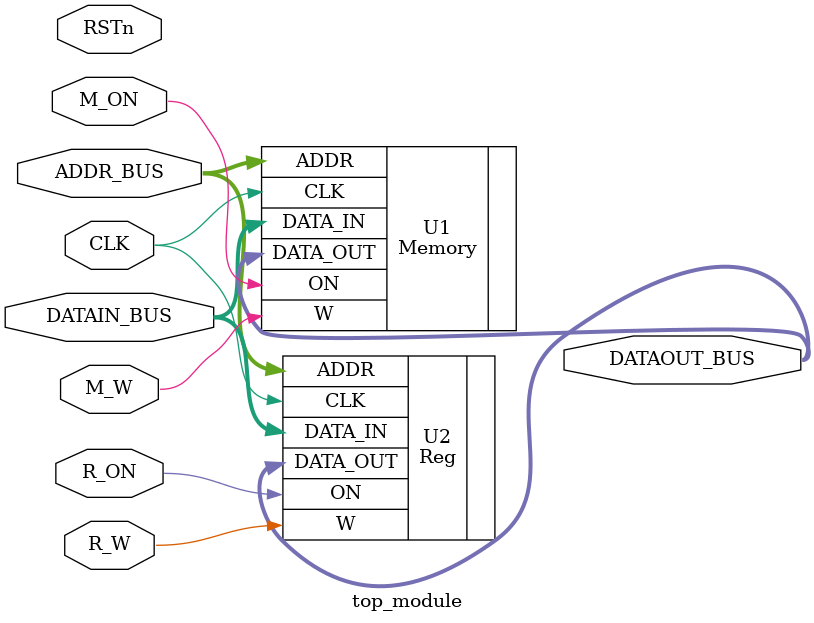
<source format=v>
module top_module
(
    CLK, RSTn, M_W,R_W,M_ON,R_ON,DATAIN_BUS,DATAOUT_BUS,ADDR_BUS
);
	 parameter word_size = 16;
	 parameter op_size = 4;
	 parameter addr_size=16;
    input CLK;
	 input RSTn;
	 
	 
	 /*******************************/
	 input M_W,R_W,M_ON,R_ON;
	 input[word_size-1:0] DATAIN_BUS;
	 input[addr_size-1:0] ADDR_BUS;
	 output[word_size-1:0] DATAOUT_BUS;
	 
	 	Memory U1
	  (
		.W( M_W ), 
		.CLK( CLK ), 
		.ON(M_ON),
		.ADDR( ADDR_BUS ), 
		.DATA_IN( DATAIN_BUS),
		.DATA_OUT( DATAOUT_BUS)
		);  
	 
	 	Reg U2
	  (
		.W( R_W ),
		.CLK( CLK ),
		.ON(R_ON),
		.ADDR( ADDR_BUS ), 
		.DATA_IN( DATAIN_BUS),
		.DATA_OUT( DATAOUT_BUS)
		);  


endmodule
</source>
